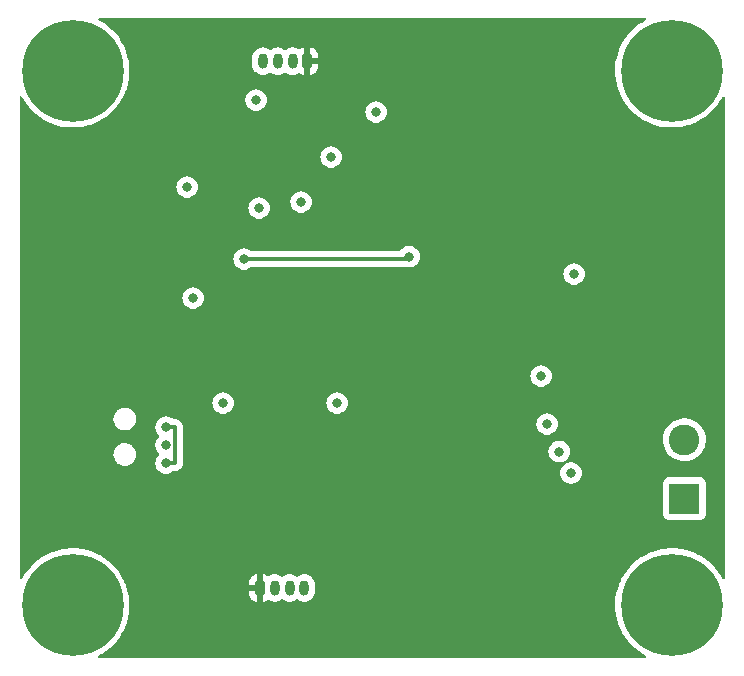
<source format=gbr>
%TF.GenerationSoftware,KiCad,Pcbnew,(6.0.4)*%
%TF.CreationDate,2022-04-20T17:17:17+03:00*%
%TF.ProjectId,STM32F4_Buck_Converter,53544d33-3246-4345-9f42-75636b5f436f,rev?*%
%TF.SameCoordinates,Original*%
%TF.FileFunction,Copper,L3,Inr*%
%TF.FilePolarity,Positive*%
%FSLAX46Y46*%
G04 Gerber Fmt 4.6, Leading zero omitted, Abs format (unit mm)*
G04 Created by KiCad (PCBNEW (6.0.4)) date 2022-04-20 17:17:17*
%MOMM*%
%LPD*%
G01*
G04 APERTURE LIST*
G04 Aperture macros list*
%AMRoundRect*
0 Rectangle with rounded corners*
0 $1 Rounding radius*
0 $2 $3 $4 $5 $6 $7 $8 $9 X,Y pos of 4 corners*
0 Add a 4 corners polygon primitive as box body*
4,1,4,$2,$3,$4,$5,$6,$7,$8,$9,$2,$3,0*
0 Add four circle primitives for the rounded corners*
1,1,$1+$1,$2,$3*
1,1,$1+$1,$4,$5*
1,1,$1+$1,$6,$7*
1,1,$1+$1,$8,$9*
0 Add four rect primitives between the rounded corners*
20,1,$1+$1,$2,$3,$4,$5,0*
20,1,$1+$1,$4,$5,$6,$7,0*
20,1,$1+$1,$6,$7,$8,$9,0*
20,1,$1+$1,$8,$9,$2,$3,0*%
G04 Aperture macros list end*
%TA.AperFunction,ComponentPad*%
%ADD10C,0.900000*%
%TD*%
%TA.AperFunction,ComponentPad*%
%ADD11C,8.600000*%
%TD*%
%TA.AperFunction,ComponentPad*%
%ADD12R,2.600000X2.600000*%
%TD*%
%TA.AperFunction,ComponentPad*%
%ADD13C,2.600000*%
%TD*%
%TA.AperFunction,ComponentPad*%
%ADD14RoundRect,0.200000X0.200000X0.450000X-0.200000X0.450000X-0.200000X-0.450000X0.200000X-0.450000X0*%
%TD*%
%TA.AperFunction,ComponentPad*%
%ADD15O,0.800000X1.300000*%
%TD*%
%TA.AperFunction,ComponentPad*%
%ADD16RoundRect,0.200000X-0.200000X-0.450000X0.200000X-0.450000X0.200000X0.450000X-0.200000X0.450000X0*%
%TD*%
%TA.AperFunction,ViaPad*%
%ADD17C,0.800000*%
%TD*%
%TA.AperFunction,Conductor*%
%ADD18C,0.300000*%
%TD*%
G04 APERTURE END LIST*
D10*
%TO.N,GND*%
%TO.C,H4*%
X148750000Y-79725000D03*
X151030419Y-74219581D03*
D11*
X148750000Y-76500000D03*
D10*
X145525000Y-76500000D03*
X151030419Y-78780419D03*
X151975000Y-76500000D03*
X146469581Y-78780419D03*
X148750000Y-73275000D03*
X146469581Y-74219581D03*
%TD*%
D12*
%TO.N,+12V*%
%TO.C,J1*%
X149805000Y-112750000D03*
D13*
%TO.N,GND*%
X149805000Y-107750000D03*
%TD*%
D14*
%TO.N,+3V3*%
%TO.C,J3*%
X117875000Y-75700000D03*
D15*
%TO.N,I2C1_SCL*%
X116625000Y-75700000D03*
%TO.N,IC21_SDA*%
X115375000Y-75700000D03*
%TO.N,GND*%
X114125000Y-75700000D03*
%TD*%
D10*
%TO.N,GND*%
%TO.C,H3*%
X146469581Y-119469581D03*
D11*
X148750000Y-121750000D03*
D10*
X145525000Y-121750000D03*
X146469581Y-124030419D03*
X151975000Y-121750000D03*
X148750000Y-124975000D03*
X148750000Y-118525000D03*
X151030419Y-119469581D03*
X151030419Y-124030419D03*
%TD*%
D16*
%TO.N,+3V3*%
%TO.C,J4*%
X113875000Y-120300000D03*
D15*
%TO.N,USART3_RX*%
X115125000Y-120300000D03*
%TO.N,USART3_TX*%
X116375000Y-120300000D03*
%TO.N,GND*%
X117625000Y-120300000D03*
%TD*%
D10*
%TO.N,GND*%
%TO.C,H2*%
X101225000Y-76500000D03*
X100280419Y-74219581D03*
X94775000Y-76500000D03*
X95719581Y-78780419D03*
X100280419Y-78780419D03*
X98000000Y-73275000D03*
D11*
X98000000Y-76500000D03*
D10*
X98000000Y-79725000D03*
X95719581Y-74219581D03*
%TD*%
%TO.N,GND*%
%TO.C,H1*%
X101225000Y-121750000D03*
X98000000Y-124975000D03*
X100280419Y-119469581D03*
X98000000Y-118525000D03*
X100280419Y-124030419D03*
D11*
X98000000Y-121750000D03*
D10*
X95719581Y-124030419D03*
X95719581Y-119469581D03*
X94775000Y-121750000D03*
%TD*%
D17*
%TO.N,GND*%
X112522000Y-92456000D03*
X139207192Y-108747872D03*
X105918000Y-109728000D03*
X140462000Y-93726000D03*
X107696000Y-86360000D03*
X137668000Y-102362000D03*
X113538000Y-78994000D03*
X126492000Y-92250500D03*
X140200000Y-110562500D03*
X105918000Y-106680000D03*
X120396000Y-104648000D03*
X138176000Y-106426000D03*
X110744000Y-104648000D03*
%TO.N,+3V3*%
X125476000Y-90424000D03*
X122936000Y-85344000D03*
X109499500Y-88900000D03*
X107696000Y-91440000D03*
%TO.N,SWO*%
X119888000Y-83820000D03*
X117348000Y-87630000D03*
%TO.N,NRST*%
X123698000Y-80010000D03*
X108204000Y-95758000D03*
%TO.N,Net-(R7-Pad2)*%
X113792000Y-88138000D03*
X105918000Y-108204000D03*
%TD*%
D18*
%TO.N,GND*%
X106680000Y-106680000D02*
X106680000Y-109728000D01*
X106680000Y-109728000D02*
X105918000Y-109728000D01*
X105918000Y-106680000D02*
X106680000Y-106680000D01*
X112522000Y-92456000D02*
X126286500Y-92456000D01*
X126286500Y-92456000D02*
X126492000Y-92250500D01*
%TD*%
%TA.AperFunction,Conductor*%
%TO.N,+3V3*%
G36*
X146511162Y-72028502D02*
G01*
X146557655Y-72082158D01*
X146567759Y-72152432D01*
X146538265Y-72217012D01*
X146505755Y-72243784D01*
X146170880Y-72435957D01*
X146168577Y-72437566D01*
X146168570Y-72437571D01*
X145822129Y-72679701D01*
X145819820Y-72681315D01*
X145491961Y-72956909D01*
X145189899Y-73260557D01*
X144916025Y-73589855D01*
X144672508Y-73942194D01*
X144461276Y-74314786D01*
X144284002Y-74704680D01*
X144283080Y-74707306D01*
X144283075Y-74707318D01*
X144243633Y-74819634D01*
X144142089Y-75108790D01*
X144141398Y-75111510D01*
X144141397Y-75111514D01*
X144068355Y-75399120D01*
X144036661Y-75523914D01*
X143968552Y-75946768D01*
X143938302Y-76374001D01*
X143946151Y-76802233D01*
X143992036Y-77228071D01*
X144075594Y-77648144D01*
X144196163Y-78059127D01*
X144197190Y-78061740D01*
X144197190Y-78061741D01*
X144335651Y-78414145D01*
X144352789Y-78457765D01*
X144354044Y-78460276D01*
X144525829Y-78804072D01*
X144544231Y-78840901D01*
X144768974Y-79205502D01*
X145025239Y-79548682D01*
X145027100Y-79550760D01*
X145027101Y-79550761D01*
X145309127Y-79865637D01*
X145309133Y-79865643D01*
X145310995Y-79867722D01*
X145623981Y-80160098D01*
X145961719Y-80423493D01*
X146321533Y-80655822D01*
X146324012Y-80657126D01*
X146324015Y-80657128D01*
X146698077Y-80853932D01*
X146698083Y-80853935D01*
X146700577Y-80855247D01*
X146703175Y-80856331D01*
X146703179Y-80856333D01*
X147093263Y-81019109D01*
X147093268Y-81019111D01*
X147095847Y-81020187D01*
X147098512Y-81021030D01*
X147098518Y-81021032D01*
X147320561Y-81091254D01*
X147504214Y-81149336D01*
X147922446Y-81241673D01*
X147925220Y-81242031D01*
X147925221Y-81242031D01*
X148344460Y-81296109D01*
X148344467Y-81296110D01*
X148347230Y-81296466D01*
X148350017Y-81296576D01*
X148350023Y-81296576D01*
X148598238Y-81306328D01*
X148775203Y-81313281D01*
X148777995Y-81313142D01*
X148778000Y-81313142D01*
X149200172Y-81292125D01*
X149200181Y-81292124D01*
X149202976Y-81291985D01*
X149205753Y-81291597D01*
X149205755Y-81291597D01*
X149280066Y-81281219D01*
X149627163Y-81232747D01*
X150044404Y-81136036D01*
X150258307Y-81065915D01*
X150448744Y-81003487D01*
X150448750Y-81003485D01*
X150451397Y-81002617D01*
X150844918Y-80833547D01*
X150905020Y-80801118D01*
X150954040Y-80774668D01*
X151221852Y-80630164D01*
X151579214Y-80394080D01*
X151914175Y-80127162D01*
X152224082Y-79831525D01*
X152225919Y-79829431D01*
X152225927Y-79829422D01*
X152504635Y-79511616D01*
X152506482Y-79509510D01*
X152528937Y-79478774D01*
X152739750Y-79190206D01*
X152759139Y-79163666D01*
X152771045Y-79143891D01*
X152978601Y-78799142D01*
X152978606Y-78799133D01*
X152980052Y-78796731D01*
X153002204Y-78751212D01*
X153049998Y-78698712D01*
X153118589Y-78680386D01*
X153186199Y-78702052D01*
X153231362Y-78756831D01*
X153241500Y-78806348D01*
X153241500Y-119449348D01*
X153221498Y-119517469D01*
X153167842Y-119563962D01*
X153097568Y-119574066D01*
X153032988Y-119544572D01*
X153004300Y-119508598D01*
X152972730Y-119449348D01*
X152893050Y-119299807D01*
X152883264Y-119284824D01*
X152660381Y-118943573D01*
X152660378Y-118943569D01*
X152658840Y-118941214D01*
X152393680Y-118604860D01*
X152099670Y-118293409D01*
X152097579Y-118291556D01*
X152097571Y-118291548D01*
X151781237Y-118011188D01*
X151781235Y-118011186D01*
X151779137Y-118009327D01*
X151434621Y-117754863D01*
X151241733Y-117637355D01*
X151071237Y-117533487D01*
X151071230Y-117533483D01*
X151068848Y-117532032D01*
X150951514Y-117474169D01*
X150687228Y-117343838D01*
X150684714Y-117342598D01*
X150285262Y-117188062D01*
X150038678Y-117117122D01*
X149876335Y-117070417D01*
X149876329Y-117070415D01*
X149873654Y-117069646D01*
X149870917Y-117069117D01*
X149870911Y-117069115D01*
X149725828Y-117041046D01*
X149453148Y-116988289D01*
X149450374Y-116988005D01*
X149450362Y-116988003D01*
X149167111Y-116958982D01*
X149027076Y-116944634D01*
X149024286Y-116944597D01*
X149024278Y-116944597D01*
X148756825Y-116941096D01*
X148598809Y-116939028D01*
X148596009Y-116939241D01*
X148596008Y-116939241D01*
X148521364Y-116944919D01*
X148171740Y-116971514D01*
X147749249Y-117041836D01*
X147663671Y-117064048D01*
X147337400Y-117148731D01*
X147337389Y-117148734D01*
X147334682Y-117149437D01*
X147076575Y-117241599D01*
X146933964Y-117292520D01*
X146933959Y-117292522D01*
X146931321Y-117293464D01*
X146928781Y-117294635D01*
X146928776Y-117294637D01*
X146826930Y-117341589D01*
X146542361Y-117472777D01*
X146170880Y-117685957D01*
X146168577Y-117687566D01*
X146168570Y-117687571D01*
X145822129Y-117929701D01*
X145819820Y-117931315D01*
X145491961Y-118206909D01*
X145189899Y-118510557D01*
X144916025Y-118839855D01*
X144914431Y-118842162D01*
X144914429Y-118842164D01*
X144678247Y-119183891D01*
X144672508Y-119192194D01*
X144461276Y-119564786D01*
X144460117Y-119567335D01*
X144460115Y-119567339D01*
X144412201Y-119672721D01*
X144284002Y-119954680D01*
X144283080Y-119957306D01*
X144283075Y-119957318D01*
X144243633Y-120069634D01*
X144142089Y-120358790D01*
X144141398Y-120361510D01*
X144141397Y-120361514D01*
X144091022Y-120559865D01*
X144036661Y-120773914D01*
X143968552Y-121196768D01*
X143938302Y-121624001D01*
X143946151Y-122052233D01*
X143992036Y-122478071D01*
X144075594Y-122898144D01*
X144196163Y-123309127D01*
X144197190Y-123311740D01*
X144197190Y-123311741D01*
X144335651Y-123664145D01*
X144352789Y-123707765D01*
X144354044Y-123710276D01*
X144522161Y-124046731D01*
X144544231Y-124090901D01*
X144768974Y-124455502D01*
X145025239Y-124798682D01*
X145027100Y-124800760D01*
X145027101Y-124800761D01*
X145309127Y-125115637D01*
X145309133Y-125115643D01*
X145310995Y-125117722D01*
X145623981Y-125410098D01*
X145961719Y-125673493D01*
X146321533Y-125905822D01*
X146508125Y-126003993D01*
X146559096Y-126053411D01*
X146575259Y-126122544D01*
X146551480Y-126189440D01*
X146495309Y-126232860D01*
X146449456Y-126241500D01*
X100301042Y-126241500D01*
X100232921Y-126221498D01*
X100186428Y-126167842D01*
X100176324Y-126097568D01*
X100205818Y-126032988D01*
X100241210Y-126004612D01*
X100424299Y-125905822D01*
X100471852Y-125880164D01*
X100829214Y-125644080D01*
X101164175Y-125377162D01*
X101474082Y-125081525D01*
X101475919Y-125079431D01*
X101475927Y-125079422D01*
X101725113Y-124795279D01*
X101756482Y-124759510D01*
X102009139Y-124413666D01*
X102010585Y-124411265D01*
X102228601Y-124049142D01*
X102228606Y-124049133D01*
X102230052Y-124046731D01*
X102417471Y-123661611D01*
X102550724Y-123311741D01*
X102568918Y-123263971D01*
X102568920Y-123263964D01*
X102569914Y-123261355D01*
X102686173Y-122849132D01*
X102686689Y-122846389D01*
X102764811Y-122430954D01*
X102764813Y-122430942D01*
X102765327Y-122428207D01*
X102806750Y-122001911D01*
X102812836Y-121769528D01*
X102813289Y-121752234D01*
X102813289Y-121752220D01*
X102813347Y-121750000D01*
X102794291Y-121322121D01*
X102791242Y-121299417D01*
X102741257Y-120927279D01*
X102737275Y-120897630D01*
X102731774Y-120873315D01*
X102716023Y-120803705D01*
X112967001Y-120803705D01*
X112967264Y-120809454D01*
X112973132Y-120873315D01*
X112975743Y-120886351D01*
X113022715Y-121036243D01*
X113028921Y-121049988D01*
X113109824Y-121183574D01*
X113119131Y-121195443D01*
X113229557Y-121305869D01*
X113241426Y-121315176D01*
X113375012Y-121396079D01*
X113388757Y-121402285D01*
X113538644Y-121449256D01*
X113551694Y-121451869D01*
X113606586Y-121456913D01*
X113618124Y-121453525D01*
X113619329Y-121452135D01*
X113621000Y-121444452D01*
X113621000Y-121439884D01*
X114129000Y-121439884D01*
X114133475Y-121455123D01*
X114134865Y-121456328D01*
X114139294Y-121457291D01*
X114198315Y-121451868D01*
X114211351Y-121449257D01*
X114361243Y-121402285D01*
X114374988Y-121396079D01*
X114504578Y-121317596D01*
X114573208Y-121299417D01*
X114643911Y-121323436D01*
X114668248Y-121341118D01*
X114674276Y-121343802D01*
X114674278Y-121343803D01*
X114791693Y-121396079D01*
X114842712Y-121418794D01*
X114936112Y-121438647D01*
X115023056Y-121457128D01*
X115023061Y-121457128D01*
X115029513Y-121458500D01*
X115220487Y-121458500D01*
X115226939Y-121457128D01*
X115226944Y-121457128D01*
X115313888Y-121438647D01*
X115407288Y-121418794D01*
X115458307Y-121396079D01*
X115575722Y-121343803D01*
X115575724Y-121343802D01*
X115581752Y-121341118D01*
X115675939Y-121272687D01*
X115742807Y-121248828D01*
X115811958Y-121264909D01*
X115824061Y-121272687D01*
X115918248Y-121341118D01*
X115924276Y-121343802D01*
X115924278Y-121343803D01*
X116041693Y-121396079D01*
X116092712Y-121418794D01*
X116186112Y-121438647D01*
X116273056Y-121457128D01*
X116273061Y-121457128D01*
X116279513Y-121458500D01*
X116470487Y-121458500D01*
X116476939Y-121457128D01*
X116476944Y-121457128D01*
X116563888Y-121438647D01*
X116657288Y-121418794D01*
X116708307Y-121396079D01*
X116825722Y-121343803D01*
X116825724Y-121343802D01*
X116831752Y-121341118D01*
X116925939Y-121272687D01*
X116992807Y-121248828D01*
X117061958Y-121264909D01*
X117074061Y-121272687D01*
X117168248Y-121341118D01*
X117174276Y-121343802D01*
X117174278Y-121343803D01*
X117291693Y-121396079D01*
X117342712Y-121418794D01*
X117436112Y-121438647D01*
X117523056Y-121457128D01*
X117523061Y-121457128D01*
X117529513Y-121458500D01*
X117720487Y-121458500D01*
X117726939Y-121457128D01*
X117726944Y-121457128D01*
X117813888Y-121438647D01*
X117907288Y-121418794D01*
X117958307Y-121396079D01*
X118075722Y-121343803D01*
X118075724Y-121343802D01*
X118081752Y-121341118D01*
X118236253Y-121228866D01*
X118364040Y-121086944D01*
X118459527Y-120921556D01*
X118518542Y-120739928D01*
X118533500Y-120597610D01*
X118533500Y-120002390D01*
X118518542Y-119860072D01*
X118459527Y-119678444D01*
X118364040Y-119513056D01*
X118302517Y-119444727D01*
X118240675Y-119376045D01*
X118240674Y-119376044D01*
X118236253Y-119371134D01*
X118081752Y-119258882D01*
X118075724Y-119256198D01*
X118075722Y-119256197D01*
X117913319Y-119183891D01*
X117913318Y-119183891D01*
X117907288Y-119181206D01*
X117808068Y-119160116D01*
X117726944Y-119142872D01*
X117726939Y-119142872D01*
X117720487Y-119141500D01*
X117529513Y-119141500D01*
X117523061Y-119142872D01*
X117523056Y-119142872D01*
X117441932Y-119160116D01*
X117342712Y-119181206D01*
X117336682Y-119183891D01*
X117336681Y-119183891D01*
X117174278Y-119256197D01*
X117174276Y-119256198D01*
X117168248Y-119258882D01*
X117162907Y-119262762D01*
X117162906Y-119262763D01*
X117074061Y-119327313D01*
X117007193Y-119351172D01*
X116938042Y-119335091D01*
X116925939Y-119327313D01*
X116837094Y-119262763D01*
X116837093Y-119262762D01*
X116831752Y-119258882D01*
X116825724Y-119256198D01*
X116825722Y-119256197D01*
X116663319Y-119183891D01*
X116663318Y-119183891D01*
X116657288Y-119181206D01*
X116558068Y-119160116D01*
X116476944Y-119142872D01*
X116476939Y-119142872D01*
X116470487Y-119141500D01*
X116279513Y-119141500D01*
X116273061Y-119142872D01*
X116273056Y-119142872D01*
X116191932Y-119160116D01*
X116092712Y-119181206D01*
X116086682Y-119183891D01*
X116086681Y-119183891D01*
X115924278Y-119256197D01*
X115924276Y-119256198D01*
X115918248Y-119258882D01*
X115912907Y-119262762D01*
X115912906Y-119262763D01*
X115824061Y-119327313D01*
X115757193Y-119351172D01*
X115688042Y-119335091D01*
X115675939Y-119327313D01*
X115587094Y-119262763D01*
X115587093Y-119262762D01*
X115581752Y-119258882D01*
X115575724Y-119256198D01*
X115575722Y-119256197D01*
X115413319Y-119183891D01*
X115413318Y-119183891D01*
X115407288Y-119181206D01*
X115308068Y-119160116D01*
X115226944Y-119142872D01*
X115226939Y-119142872D01*
X115220487Y-119141500D01*
X115029513Y-119141500D01*
X115023061Y-119142872D01*
X115023056Y-119142872D01*
X114941932Y-119160116D01*
X114842712Y-119181206D01*
X114836682Y-119183891D01*
X114836681Y-119183891D01*
X114674278Y-119256197D01*
X114674276Y-119256198D01*
X114668248Y-119258882D01*
X114662907Y-119262762D01*
X114662906Y-119262763D01*
X114643911Y-119276564D01*
X114577044Y-119300422D01*
X114504578Y-119282404D01*
X114374988Y-119203921D01*
X114361243Y-119197715D01*
X114211356Y-119150744D01*
X114198306Y-119148131D01*
X114143414Y-119143087D01*
X114131876Y-119146475D01*
X114130671Y-119147865D01*
X114129000Y-119155548D01*
X114129000Y-121439884D01*
X113621000Y-121439884D01*
X113621000Y-120572115D01*
X113616525Y-120556876D01*
X113615135Y-120555671D01*
X113607452Y-120554000D01*
X112985116Y-120554000D01*
X112969877Y-120558475D01*
X112968672Y-120559865D01*
X112967001Y-120567548D01*
X112967001Y-120803705D01*
X102716023Y-120803705D01*
X102643368Y-120482618D01*
X102643368Y-120482617D01*
X102642750Y-120479887D01*
X102511463Y-120072202D01*
X102492697Y-120027885D01*
X112967000Y-120027885D01*
X112971475Y-120043124D01*
X112972865Y-120044329D01*
X112980548Y-120046000D01*
X113602885Y-120046000D01*
X113618124Y-120041525D01*
X113619329Y-120040135D01*
X113621000Y-120032452D01*
X113621000Y-119160116D01*
X113616525Y-119144877D01*
X113615135Y-119143672D01*
X113610706Y-119142709D01*
X113551685Y-119148132D01*
X113538649Y-119150743D01*
X113388757Y-119197715D01*
X113375012Y-119203921D01*
X113241426Y-119284824D01*
X113229557Y-119294131D01*
X113119131Y-119404557D01*
X113109824Y-119416426D01*
X113028921Y-119550012D01*
X113022715Y-119563757D01*
X112975744Y-119713644D01*
X112973131Y-119726694D01*
X112967266Y-119790521D01*
X112967000Y-119796309D01*
X112967000Y-120027885D01*
X102492697Y-120027885D01*
X102392187Y-119790521D01*
X102345550Y-119680384D01*
X102345548Y-119680379D01*
X102344456Y-119677801D01*
X102143050Y-119299807D01*
X102133264Y-119284824D01*
X101910381Y-118943573D01*
X101910378Y-118943569D01*
X101908840Y-118941214D01*
X101643680Y-118604860D01*
X101349670Y-118293409D01*
X101347579Y-118291556D01*
X101347571Y-118291548D01*
X101031237Y-118011188D01*
X101031235Y-118011186D01*
X101029137Y-118009327D01*
X100684621Y-117754863D01*
X100491733Y-117637355D01*
X100321237Y-117533487D01*
X100321230Y-117533483D01*
X100318848Y-117532032D01*
X100201514Y-117474169D01*
X99937228Y-117343838D01*
X99934714Y-117342598D01*
X99535262Y-117188062D01*
X99288678Y-117117122D01*
X99126335Y-117070417D01*
X99126329Y-117070415D01*
X99123654Y-117069646D01*
X99120917Y-117069117D01*
X99120911Y-117069115D01*
X98975828Y-117041046D01*
X98703148Y-116988289D01*
X98700374Y-116988005D01*
X98700362Y-116988003D01*
X98417111Y-116958982D01*
X98277076Y-116944634D01*
X98274286Y-116944597D01*
X98274278Y-116944597D01*
X98006825Y-116941096D01*
X97848809Y-116939028D01*
X97846009Y-116939241D01*
X97846008Y-116939241D01*
X97771364Y-116944919D01*
X97421740Y-116971514D01*
X96999249Y-117041836D01*
X96913671Y-117064048D01*
X96587400Y-117148731D01*
X96587389Y-117148734D01*
X96584682Y-117149437D01*
X96326575Y-117241599D01*
X96183964Y-117292520D01*
X96183959Y-117292522D01*
X96181321Y-117293464D01*
X96178781Y-117294635D01*
X96178776Y-117294637D01*
X96076930Y-117341589D01*
X95792361Y-117472777D01*
X95420880Y-117685957D01*
X95418577Y-117687566D01*
X95418570Y-117687571D01*
X95072129Y-117929701D01*
X95069820Y-117931315D01*
X94741961Y-118206909D01*
X94439899Y-118510557D01*
X94166025Y-118839855D01*
X94164431Y-118842162D01*
X94164429Y-118842164D01*
X93928247Y-119183891D01*
X93922508Y-119192194D01*
X93802114Y-119404557D01*
X93744111Y-119506868D01*
X93693114Y-119556263D01*
X93623508Y-119570247D01*
X93557392Y-119544378D01*
X93515757Y-119486871D01*
X93508500Y-119444727D01*
X93508500Y-114098134D01*
X147996500Y-114098134D01*
X148003255Y-114160316D01*
X148054385Y-114296705D01*
X148141739Y-114413261D01*
X148258295Y-114500615D01*
X148394684Y-114551745D01*
X148456866Y-114558500D01*
X151153134Y-114558500D01*
X151215316Y-114551745D01*
X151351705Y-114500615D01*
X151468261Y-114413261D01*
X151555615Y-114296705D01*
X151606745Y-114160316D01*
X151613500Y-114098134D01*
X151613500Y-111401866D01*
X151606745Y-111339684D01*
X151555615Y-111203295D01*
X151468261Y-111086739D01*
X151351705Y-110999385D01*
X151215316Y-110948255D01*
X151153134Y-110941500D01*
X148456866Y-110941500D01*
X148394684Y-110948255D01*
X148258295Y-110999385D01*
X148141739Y-111086739D01*
X148054385Y-111203295D01*
X148003255Y-111339684D01*
X147996500Y-111401866D01*
X147996500Y-114098134D01*
X93508500Y-114098134D01*
X93508500Y-109047064D01*
X101457707Y-109047064D01*
X101486825Y-109239599D01*
X101489028Y-109245585D01*
X101489029Y-109245591D01*
X101551860Y-109416360D01*
X101551862Y-109416365D01*
X101554063Y-109422346D01*
X101602355Y-109500233D01*
X101622798Y-109533203D01*
X101656674Y-109587840D01*
X101790466Y-109729322D01*
X101795696Y-109732984D01*
X101795697Y-109732985D01*
X101848098Y-109769676D01*
X101949975Y-109841011D01*
X101955838Y-109843548D01*
X102122825Y-109915810D01*
X102122829Y-109915811D01*
X102128684Y-109918345D01*
X102134931Y-109919650D01*
X102134934Y-109919651D01*
X102314557Y-109957176D01*
X102314562Y-109957177D01*
X102319293Y-109958165D01*
X102325685Y-109958500D01*
X102468663Y-109958500D01*
X102537951Y-109951462D01*
X102607378Y-109944410D01*
X102607379Y-109944410D01*
X102613727Y-109943765D01*
X102672598Y-109925316D01*
X102793451Y-109887444D01*
X102793456Y-109887442D01*
X102799541Y-109885535D01*
X102933665Y-109811188D01*
X102964271Y-109794223D01*
X102964274Y-109794221D01*
X102969850Y-109791130D01*
X102974691Y-109786981D01*
X102974695Y-109786978D01*
X103043505Y-109728000D01*
X105004496Y-109728000D01*
X105005186Y-109734565D01*
X105020854Y-109883634D01*
X105024458Y-109917928D01*
X105083473Y-110099556D01*
X105086776Y-110105278D01*
X105086777Y-110105279D01*
X105094198Y-110118133D01*
X105178960Y-110264944D01*
X105183378Y-110269851D01*
X105183379Y-110269852D01*
X105302325Y-110401955D01*
X105306747Y-110406866D01*
X105461248Y-110519118D01*
X105467276Y-110521802D01*
X105467278Y-110521803D01*
X105558686Y-110562500D01*
X105635712Y-110596794D01*
X105729112Y-110616647D01*
X105816056Y-110635128D01*
X105816061Y-110635128D01*
X105822513Y-110636500D01*
X106013487Y-110636500D01*
X106019939Y-110635128D01*
X106019944Y-110635128D01*
X106106888Y-110616647D01*
X106200288Y-110596794D01*
X106277314Y-110562500D01*
X139286496Y-110562500D01*
X139306458Y-110752428D01*
X139365473Y-110934056D01*
X139460960Y-111099444D01*
X139588747Y-111241366D01*
X139687843Y-111313364D01*
X139724070Y-111339684D01*
X139743248Y-111353618D01*
X139749276Y-111356302D01*
X139749278Y-111356303D01*
X139843985Y-111398469D01*
X139917712Y-111431294D01*
X140011113Y-111451147D01*
X140098056Y-111469628D01*
X140098061Y-111469628D01*
X140104513Y-111471000D01*
X140295487Y-111471000D01*
X140301939Y-111469628D01*
X140301944Y-111469628D01*
X140388887Y-111451147D01*
X140482288Y-111431294D01*
X140556015Y-111398469D01*
X140650722Y-111356303D01*
X140650724Y-111356302D01*
X140656752Y-111353618D01*
X140675931Y-111339684D01*
X140712157Y-111313364D01*
X140811253Y-111241366D01*
X140939040Y-111099444D01*
X141034527Y-110934056D01*
X141093542Y-110752428D01*
X141113504Y-110562500D01*
X141097535Y-110410564D01*
X141094232Y-110379135D01*
X141094232Y-110379133D01*
X141093542Y-110372572D01*
X141034527Y-110190944D01*
X140939040Y-110025556D01*
X140897379Y-109979286D01*
X140815675Y-109888545D01*
X140815674Y-109888544D01*
X140811253Y-109883634D01*
X140683933Y-109791130D01*
X140662094Y-109775263D01*
X140662093Y-109775262D01*
X140656752Y-109771382D01*
X140650724Y-109768698D01*
X140650722Y-109768697D01*
X140488319Y-109696391D01*
X140488318Y-109696391D01*
X140482288Y-109693706D01*
X140388887Y-109673853D01*
X140301944Y-109655372D01*
X140301939Y-109655372D01*
X140295487Y-109654000D01*
X140104513Y-109654000D01*
X140098061Y-109655372D01*
X140098056Y-109655372D01*
X140011113Y-109673853D01*
X139917712Y-109693706D01*
X139911685Y-109696389D01*
X139911677Y-109696392D01*
X139807503Y-109742773D01*
X139751165Y-109750326D01*
X139732539Y-109778712D01*
X139725007Y-109784635D01*
X139588747Y-109883634D01*
X139584326Y-109888544D01*
X139584325Y-109888545D01*
X139502622Y-109979286D01*
X139460960Y-110025556D01*
X139365473Y-110190944D01*
X139306458Y-110372572D01*
X139305768Y-110379133D01*
X139305768Y-110379135D01*
X139302465Y-110410564D01*
X139286496Y-110562500D01*
X106277314Y-110562500D01*
X106368722Y-110521803D01*
X106368724Y-110521802D01*
X106374752Y-110519118D01*
X106524163Y-110410564D01*
X106591031Y-110386706D01*
X106598224Y-110386500D01*
X106605845Y-110386500D01*
X106629454Y-110388732D01*
X106630538Y-110388939D01*
X106630540Y-110388939D01*
X106638324Y-110390424D01*
X106696736Y-110386749D01*
X106704647Y-110386500D01*
X106721432Y-110386500D01*
X106738090Y-110384396D01*
X106745966Y-110383652D01*
X106796461Y-110380475D01*
X106796463Y-110380475D01*
X106804371Y-110379977D01*
X106812951Y-110377189D01*
X106836105Y-110372014D01*
X106837203Y-110371875D01*
X106845064Y-110370882D01*
X106852429Y-110367966D01*
X106852433Y-110367965D01*
X106899506Y-110349327D01*
X106906956Y-110346645D01*
X106955061Y-110331015D01*
X106955062Y-110331015D01*
X106962604Y-110328564D01*
X106969298Y-110324316D01*
X106969304Y-110324313D01*
X106970232Y-110323724D01*
X106991355Y-110312961D01*
X106999756Y-110309635D01*
X107047116Y-110275226D01*
X107053663Y-110270777D01*
X107071864Y-110259226D01*
X107103080Y-110239416D01*
X107109268Y-110232827D01*
X107127051Y-110217149D01*
X107134357Y-110211841D01*
X107139412Y-110205731D01*
X107171665Y-110166745D01*
X107176896Y-110160811D01*
X107211547Y-110123910D01*
X107216972Y-110118133D01*
X107220788Y-110111191D01*
X107220792Y-110111186D01*
X107221325Y-110110216D01*
X107234652Y-110090605D01*
X107235356Y-110089754D01*
X107240409Y-110083646D01*
X107265331Y-110030685D01*
X107268924Y-110023633D01*
X107293304Y-109979286D01*
X107293305Y-109979285D01*
X107297124Y-109972337D01*
X107299370Y-109963590D01*
X107307403Y-109941278D01*
X107307873Y-109940280D01*
X107307874Y-109940277D01*
X107311249Y-109933105D01*
X107313816Y-109919651D01*
X107320913Y-109882442D01*
X107322219Y-109875596D01*
X107323945Y-109867875D01*
X107330191Y-109843548D01*
X107338500Y-109811188D01*
X107338500Y-109802155D01*
X107340732Y-109778546D01*
X107340939Y-109777462D01*
X107340939Y-109777460D01*
X107342424Y-109769676D01*
X107338749Y-109711264D01*
X107338500Y-109703353D01*
X107338500Y-108747872D01*
X138293688Y-108747872D01*
X138313650Y-108937800D01*
X138372665Y-109119428D01*
X138468152Y-109284816D01*
X138472570Y-109289723D01*
X138472571Y-109289724D01*
X138591517Y-109421827D01*
X138595939Y-109426738D01*
X138649918Y-109465956D01*
X138740836Y-109532012D01*
X138750440Y-109538990D01*
X138756468Y-109541674D01*
X138756470Y-109541675D01*
X138918871Y-109613980D01*
X138924904Y-109616666D01*
X139018304Y-109636519D01*
X139105248Y-109655000D01*
X139105253Y-109655000D01*
X139111705Y-109656372D01*
X139302679Y-109656372D01*
X139309131Y-109655000D01*
X139309136Y-109655000D01*
X139396080Y-109636519D01*
X139489480Y-109616666D01*
X139495507Y-109613983D01*
X139495515Y-109613980D01*
X139599689Y-109567599D01*
X139656027Y-109560046D01*
X139674653Y-109531660D01*
X139682185Y-109525737D01*
X139818445Y-109426738D01*
X139822867Y-109421827D01*
X139941813Y-109289724D01*
X139941814Y-109289723D01*
X139946232Y-109284816D01*
X140041719Y-109119428D01*
X140100734Y-108937800D01*
X140120696Y-108747872D01*
X140100734Y-108557944D01*
X140041719Y-108376316D01*
X139946232Y-108210928D01*
X139862162Y-108117558D01*
X139822867Y-108073917D01*
X139822866Y-108073916D01*
X139818445Y-108069006D01*
X139683578Y-107971019D01*
X139669286Y-107960635D01*
X139669285Y-107960634D01*
X139663944Y-107956754D01*
X139657916Y-107954070D01*
X139657914Y-107954069D01*
X139495511Y-107881763D01*
X139495510Y-107881763D01*
X139489480Y-107879078D01*
X139396080Y-107859225D01*
X139309136Y-107840744D01*
X139309131Y-107840744D01*
X139302679Y-107839372D01*
X139111705Y-107839372D01*
X139105253Y-107840744D01*
X139105248Y-107840744D01*
X139018305Y-107859225D01*
X138924904Y-107879078D01*
X138918874Y-107881763D01*
X138918873Y-107881763D01*
X138756470Y-107954069D01*
X138756468Y-107954070D01*
X138750440Y-107956754D01*
X138745099Y-107960634D01*
X138745098Y-107960635D01*
X138730806Y-107971019D01*
X138595939Y-108069006D01*
X138591518Y-108073916D01*
X138591517Y-108073917D01*
X138552223Y-108117558D01*
X138468152Y-108210928D01*
X138372665Y-108376316D01*
X138313650Y-108557944D01*
X138293688Y-108747872D01*
X107338500Y-108747872D01*
X107338500Y-107702526D01*
X147992050Y-107702526D01*
X148004947Y-107971019D01*
X148057388Y-108234656D01*
X148148220Y-108487646D01*
X148150432Y-108491762D01*
X148150433Y-108491765D01*
X148182619Y-108551666D01*
X148275450Y-108724431D01*
X148278241Y-108728168D01*
X148278245Y-108728175D01*
X148359887Y-108837506D01*
X148436281Y-108939810D01*
X148439590Y-108943090D01*
X148439595Y-108943096D01*
X148623247Y-109125151D01*
X148627180Y-109129050D01*
X148630942Y-109131808D01*
X148630945Y-109131811D01*
X148719544Y-109196774D01*
X148843954Y-109287995D01*
X148848089Y-109290171D01*
X148848093Y-109290173D01*
X149077698Y-109410975D01*
X149081840Y-109413154D01*
X149335613Y-109501775D01*
X149340206Y-109502647D01*
X149595109Y-109551042D01*
X149595112Y-109551042D01*
X149599698Y-109551913D01*
X149727370Y-109556929D01*
X149863625Y-109562283D01*
X149863630Y-109562283D01*
X149868293Y-109562466D01*
X149972607Y-109551042D01*
X150130844Y-109533713D01*
X150130850Y-109533712D01*
X150135497Y-109533203D01*
X150141358Y-109531660D01*
X150390918Y-109465956D01*
X150390920Y-109465955D01*
X150395441Y-109464765D01*
X150399738Y-109462919D01*
X150638120Y-109360502D01*
X150638122Y-109360501D01*
X150642414Y-109358657D01*
X150834810Y-109239599D01*
X150867017Y-109219669D01*
X150867021Y-109219666D01*
X150870990Y-109217210D01*
X151076149Y-109043530D01*
X151253382Y-108841434D01*
X151309341Y-108754437D01*
X151396269Y-108619291D01*
X151398797Y-108615361D01*
X151509199Y-108370278D01*
X151510469Y-108365775D01*
X151580893Y-108116072D01*
X151580894Y-108116069D01*
X151582163Y-108111568D01*
X151600043Y-107971019D01*
X151615688Y-107848045D01*
X151615688Y-107848041D01*
X151616086Y-107844915D01*
X151616196Y-107840744D01*
X151618488Y-107753160D01*
X151618571Y-107750000D01*
X151598650Y-107481937D01*
X151597619Y-107477379D01*
X151540361Y-107224331D01*
X151540360Y-107224326D01*
X151539327Y-107219763D01*
X151441902Y-106969238D01*
X151308518Y-106735864D01*
X151299706Y-106724685D01*
X151215595Y-106617991D01*
X151142105Y-106524769D01*
X150946317Y-106340591D01*
X150780621Y-106225643D01*
X150729299Y-106190039D01*
X150729296Y-106190037D01*
X150725457Y-106187374D01*
X150721264Y-106185306D01*
X150488564Y-106070551D01*
X150488561Y-106070550D01*
X150484376Y-106068486D01*
X150466851Y-106062876D01*
X150337591Y-106021500D01*
X150228370Y-105986538D01*
X150223763Y-105985788D01*
X150223760Y-105985787D01*
X149967674Y-105944081D01*
X149967675Y-105944081D01*
X149963063Y-105943330D01*
X149832719Y-105941624D01*
X149698961Y-105939873D01*
X149698958Y-105939873D01*
X149694284Y-105939812D01*
X149427937Y-105976060D01*
X149169874Y-106051278D01*
X149165621Y-106053238D01*
X149165620Y-106053239D01*
X149144716Y-106062876D01*
X148925763Y-106163815D01*
X148921854Y-106166378D01*
X148704881Y-106308631D01*
X148704876Y-106308635D01*
X148700968Y-106311197D01*
X148673370Y-106335829D01*
X148570362Y-106427768D01*
X148500426Y-106490188D01*
X148328544Y-106696854D01*
X148326121Y-106700847D01*
X148195678Y-106915810D01*
X148189096Y-106926656D01*
X148187287Y-106930970D01*
X148187285Y-106930974D01*
X148173879Y-106962944D01*
X148085148Y-107174545D01*
X148018981Y-107435077D01*
X147992050Y-107702526D01*
X107338500Y-107702526D01*
X107338500Y-106754155D01*
X107340732Y-106730546D01*
X107340939Y-106729462D01*
X107340939Y-106729460D01*
X107342424Y-106721676D01*
X107338749Y-106663264D01*
X107338500Y-106655353D01*
X107338500Y-106638568D01*
X107336396Y-106621910D01*
X107335652Y-106614034D01*
X107332475Y-106563539D01*
X107332475Y-106563537D01*
X107331977Y-106555629D01*
X107329189Y-106547049D01*
X107324014Y-106523895D01*
X107323875Y-106522797D01*
X107322882Y-106514936D01*
X107319966Y-106507571D01*
X107319965Y-106507567D01*
X107301327Y-106460494D01*
X107298645Y-106453044D01*
X107289858Y-106426000D01*
X137262496Y-106426000D01*
X137263186Y-106432565D01*
X137274028Y-106535717D01*
X137282458Y-106615928D01*
X137341473Y-106797556D01*
X137344776Y-106803278D01*
X137344777Y-106803279D01*
X137378686Y-106862010D01*
X137436960Y-106962944D01*
X137441378Y-106967851D01*
X137441379Y-106967852D01*
X137560325Y-107099955D01*
X137564747Y-107104866D01*
X137719248Y-107217118D01*
X137725276Y-107219802D01*
X137725278Y-107219803D01*
X137887681Y-107292109D01*
X137893712Y-107294794D01*
X137987113Y-107314647D01*
X138074056Y-107333128D01*
X138074061Y-107333128D01*
X138080513Y-107334500D01*
X138271487Y-107334500D01*
X138277939Y-107333128D01*
X138277944Y-107333128D01*
X138364887Y-107314647D01*
X138458288Y-107294794D01*
X138464319Y-107292109D01*
X138626722Y-107219803D01*
X138626724Y-107219802D01*
X138632752Y-107217118D01*
X138787253Y-107104866D01*
X138791675Y-107099955D01*
X138910621Y-106967852D01*
X138910622Y-106967851D01*
X138915040Y-106962944D01*
X138973314Y-106862010D01*
X139007223Y-106803279D01*
X139007224Y-106803278D01*
X139010527Y-106797556D01*
X139069542Y-106615928D01*
X139077973Y-106535717D01*
X139088814Y-106432565D01*
X139089504Y-106426000D01*
X139077809Y-106314729D01*
X139070232Y-106242635D01*
X139070232Y-106242633D01*
X139069542Y-106236072D01*
X139010527Y-106054444D01*
X138915040Y-105889056D01*
X138793804Y-105754409D01*
X138791675Y-105752045D01*
X138791674Y-105752044D01*
X138787253Y-105747134D01*
X138632752Y-105634882D01*
X138626724Y-105632198D01*
X138626722Y-105632197D01*
X138464319Y-105559891D01*
X138464318Y-105559891D01*
X138458288Y-105557206D01*
X138364887Y-105537353D01*
X138277944Y-105518872D01*
X138277939Y-105518872D01*
X138271487Y-105517500D01*
X138080513Y-105517500D01*
X138074061Y-105518872D01*
X138074056Y-105518872D01*
X137987112Y-105537353D01*
X137893712Y-105557206D01*
X137887682Y-105559891D01*
X137887681Y-105559891D01*
X137725278Y-105632197D01*
X137725276Y-105632198D01*
X137719248Y-105634882D01*
X137564747Y-105747134D01*
X137560326Y-105752044D01*
X137560325Y-105752045D01*
X137558197Y-105754409D01*
X137436960Y-105889056D01*
X137341473Y-106054444D01*
X137282458Y-106236072D01*
X137281768Y-106242633D01*
X137281768Y-106242635D01*
X137274191Y-106314729D01*
X137262496Y-106426000D01*
X107289858Y-106426000D01*
X107283015Y-106404939D01*
X107283015Y-106404938D01*
X107280564Y-106397396D01*
X107276316Y-106390702D01*
X107276313Y-106390696D01*
X107275724Y-106389768D01*
X107264960Y-106368643D01*
X107264554Y-106367618D01*
X107261635Y-106360244D01*
X107227226Y-106312884D01*
X107222777Y-106306337D01*
X107195665Y-106263616D01*
X107191416Y-106256920D01*
X107184827Y-106250732D01*
X107169149Y-106232949D01*
X107168500Y-106232056D01*
X107163841Y-106225643D01*
X107157731Y-106220588D01*
X107118745Y-106188335D01*
X107112811Y-106183104D01*
X107075910Y-106148453D01*
X107075911Y-106148453D01*
X107070133Y-106143028D01*
X107063191Y-106139212D01*
X107063186Y-106139208D01*
X107062216Y-106138675D01*
X107042605Y-106125348D01*
X107041754Y-106124644D01*
X107035646Y-106119591D01*
X106982685Y-106094669D01*
X106975633Y-106091076D01*
X106931286Y-106066696D01*
X106931285Y-106066695D01*
X106924337Y-106062876D01*
X106916659Y-106060905D01*
X106916657Y-106060904D01*
X106916124Y-106060767D01*
X106915590Y-106060630D01*
X106893278Y-106052597D01*
X106892280Y-106052127D01*
X106892277Y-106052126D01*
X106885105Y-106048751D01*
X106877318Y-106047266D01*
X106877316Y-106047265D01*
X106842810Y-106040683D01*
X106827596Y-106037781D01*
X106819880Y-106036056D01*
X106763188Y-106021500D01*
X106754155Y-106021500D01*
X106730546Y-106019268D01*
X106729462Y-106019061D01*
X106729460Y-106019061D01*
X106721676Y-106017576D01*
X106663265Y-106021251D01*
X106655353Y-106021500D01*
X106598224Y-106021500D01*
X106530103Y-106001498D01*
X106524163Y-105997436D01*
X106523909Y-105997251D01*
X106462914Y-105952936D01*
X106380094Y-105892763D01*
X106380093Y-105892762D01*
X106374752Y-105888882D01*
X106368724Y-105886198D01*
X106368722Y-105886197D01*
X106206319Y-105813891D01*
X106206318Y-105813891D01*
X106200288Y-105811206D01*
X106106888Y-105791353D01*
X106019944Y-105772872D01*
X106019939Y-105772872D01*
X106013487Y-105771500D01*
X105822513Y-105771500D01*
X105816061Y-105772872D01*
X105816056Y-105772872D01*
X105729113Y-105791353D01*
X105635712Y-105811206D01*
X105629682Y-105813891D01*
X105629681Y-105813891D01*
X105467278Y-105886197D01*
X105467276Y-105886198D01*
X105461248Y-105888882D01*
X105306747Y-106001134D01*
X105302326Y-106006044D01*
X105302325Y-106006045D01*
X105258747Y-106054444D01*
X105178960Y-106143056D01*
X105153373Y-106187374D01*
X105109355Y-106263616D01*
X105083473Y-106308444D01*
X105024458Y-106490072D01*
X105023768Y-106496633D01*
X105023768Y-106496635D01*
X105017568Y-106555629D01*
X105004496Y-106680000D01*
X105005186Y-106686565D01*
X105021034Y-106837346D01*
X105024458Y-106869928D01*
X105083473Y-107051556D01*
X105178960Y-107216944D01*
X105183378Y-107221851D01*
X105183379Y-107221852D01*
X105305688Y-107357690D01*
X105336406Y-107421697D01*
X105327641Y-107492151D01*
X105305688Y-107526310D01*
X105178960Y-107667056D01*
X105083473Y-107832444D01*
X105024458Y-108014072D01*
X105023768Y-108020633D01*
X105023768Y-108020635D01*
X105019826Y-108058144D01*
X105004496Y-108204000D01*
X105005186Y-108210565D01*
X105018857Y-108340634D01*
X105024458Y-108393928D01*
X105083473Y-108575556D01*
X105178960Y-108740944D01*
X105183378Y-108745851D01*
X105183379Y-108745852D01*
X105305688Y-108881690D01*
X105336406Y-108945697D01*
X105327641Y-109016151D01*
X105305688Y-109050310D01*
X105178960Y-109191056D01*
X105163860Y-109217210D01*
X105092069Y-109341556D01*
X105083473Y-109356444D01*
X105024458Y-109538072D01*
X105023768Y-109544633D01*
X105023768Y-109544635D01*
X105012129Y-109655372D01*
X105004496Y-109728000D01*
X103043505Y-109728000D01*
X103112855Y-109668560D01*
X103117698Y-109664409D01*
X103124997Y-109655000D01*
X103197168Y-109561957D01*
X103237046Y-109510547D01*
X103240934Y-109502647D01*
X103320200Y-109341556D01*
X103323018Y-109335829D01*
X103334911Y-109290173D01*
X103370492Y-109153575D01*
X103370492Y-109153572D01*
X103372102Y-109147393D01*
X103377694Y-109040683D01*
X103381959Y-108959317D01*
X103381959Y-108959313D01*
X103382293Y-108952936D01*
X103353175Y-108760401D01*
X103350972Y-108754415D01*
X103350971Y-108754409D01*
X103288140Y-108583640D01*
X103288138Y-108583635D01*
X103285937Y-108577654D01*
X103183326Y-108412160D01*
X103143721Y-108370278D01*
X103053919Y-108275315D01*
X103049534Y-108270678D01*
X102991553Y-108230079D01*
X102895259Y-108162654D01*
X102890025Y-108158989D01*
X102842013Y-108138212D01*
X102717175Y-108084190D01*
X102717171Y-108084189D01*
X102711316Y-108081655D01*
X102705069Y-108080350D01*
X102705066Y-108080349D01*
X102525443Y-108042824D01*
X102525438Y-108042823D01*
X102520707Y-108041835D01*
X102514315Y-108041500D01*
X102371337Y-108041500D01*
X102302049Y-108048538D01*
X102232622Y-108055590D01*
X102232621Y-108055590D01*
X102226273Y-108056235D01*
X102197911Y-108065123D01*
X102046549Y-108112556D01*
X102046544Y-108112558D01*
X102040459Y-108114465D01*
X101964713Y-108156452D01*
X101875729Y-108205777D01*
X101875726Y-108205779D01*
X101870150Y-108208870D01*
X101865309Y-108213019D01*
X101865305Y-108213022D01*
X101834937Y-108239051D01*
X101722302Y-108335591D01*
X101718391Y-108340633D01*
X101718390Y-108340634D01*
X101692088Y-108374542D01*
X101602954Y-108489453D01*
X101600138Y-108495176D01*
X101600136Y-108495179D01*
X101539066Y-108619291D01*
X101516982Y-108664171D01*
X101515373Y-108670349D01*
X101515372Y-108670351D01*
X101471832Y-108837506D01*
X101467898Y-108852607D01*
X101457707Y-109047064D01*
X93508500Y-109047064D01*
X93508500Y-106047064D01*
X101457707Y-106047064D01*
X101486825Y-106239599D01*
X101489028Y-106245585D01*
X101489029Y-106245591D01*
X101551860Y-106416360D01*
X101551862Y-106416365D01*
X101554063Y-106422346D01*
X101557425Y-106427768D01*
X101632032Y-106548096D01*
X101656674Y-106587840D01*
X101661055Y-106592473D01*
X101661056Y-106592474D01*
X101724312Y-106659366D01*
X101790466Y-106729322D01*
X101949975Y-106841011D01*
X101955838Y-106843548D01*
X102122825Y-106915810D01*
X102122829Y-106915811D01*
X102128684Y-106918345D01*
X102134931Y-106919650D01*
X102134934Y-106919651D01*
X102314557Y-106957176D01*
X102314562Y-106957177D01*
X102319293Y-106958165D01*
X102325685Y-106958500D01*
X102468663Y-106958500D01*
X102537951Y-106951462D01*
X102607378Y-106944410D01*
X102607379Y-106944410D01*
X102613727Y-106943765D01*
X102694843Y-106918345D01*
X102793451Y-106887444D01*
X102793456Y-106887442D01*
X102799541Y-106885535D01*
X102886475Y-106837346D01*
X102964271Y-106794223D01*
X102964274Y-106794221D01*
X102969850Y-106791130D01*
X102974691Y-106786981D01*
X102974695Y-106786978D01*
X103112855Y-106668560D01*
X103117698Y-106664409D01*
X103137743Y-106638568D01*
X103233131Y-106515594D01*
X103237046Y-106510547D01*
X103250211Y-106483794D01*
X103320200Y-106341556D01*
X103323018Y-106335829D01*
X103329434Y-106311197D01*
X103370492Y-106153575D01*
X103370492Y-106153572D01*
X103372102Y-106147393D01*
X103377273Y-106048721D01*
X103381959Y-105959317D01*
X103381959Y-105959313D01*
X103382293Y-105952936D01*
X103353175Y-105760401D01*
X103350972Y-105754415D01*
X103350971Y-105754409D01*
X103288140Y-105583640D01*
X103288138Y-105583635D01*
X103285937Y-105577654D01*
X103200041Y-105439118D01*
X103186688Y-105417582D01*
X103186687Y-105417581D01*
X103183326Y-105412160D01*
X103049534Y-105270678D01*
X102890025Y-105158989D01*
X102842013Y-105138212D01*
X102717175Y-105084190D01*
X102717171Y-105084189D01*
X102711316Y-105081655D01*
X102705069Y-105080350D01*
X102705066Y-105080349D01*
X102525443Y-105042824D01*
X102525438Y-105042823D01*
X102520707Y-105041835D01*
X102514315Y-105041500D01*
X102371337Y-105041500D01*
X102302049Y-105048538D01*
X102232622Y-105055590D01*
X102232621Y-105055590D01*
X102226273Y-105056235D01*
X102169939Y-105073889D01*
X102046549Y-105112556D01*
X102046544Y-105112558D01*
X102040459Y-105114465D01*
X101964713Y-105156452D01*
X101875729Y-105205777D01*
X101875726Y-105205779D01*
X101870150Y-105208870D01*
X101865309Y-105213019D01*
X101865305Y-105213022D01*
X101802311Y-105267015D01*
X101722302Y-105335591D01*
X101602954Y-105489453D01*
X101600138Y-105495176D01*
X101600136Y-105495179D01*
X101556608Y-105583640D01*
X101516982Y-105664171D01*
X101515373Y-105670349D01*
X101515372Y-105670351D01*
X101479040Y-105809834D01*
X101467898Y-105852607D01*
X101467564Y-105858986D01*
X101459047Y-106021500D01*
X101457707Y-106047064D01*
X93508500Y-106047064D01*
X93508500Y-104648000D01*
X109830496Y-104648000D01*
X109850458Y-104837928D01*
X109909473Y-105019556D01*
X110004960Y-105184944D01*
X110009378Y-105189851D01*
X110009379Y-105189852D01*
X110078857Y-105267015D01*
X110132747Y-105326866D01*
X110139043Y-105331440D01*
X110243766Y-105407526D01*
X110287248Y-105439118D01*
X110293276Y-105441802D01*
X110293278Y-105441803D01*
X110455681Y-105514109D01*
X110461712Y-105516794D01*
X110555113Y-105536647D01*
X110642056Y-105555128D01*
X110642061Y-105555128D01*
X110648513Y-105556500D01*
X110839487Y-105556500D01*
X110845939Y-105555128D01*
X110845944Y-105555128D01*
X110932888Y-105536647D01*
X111026288Y-105516794D01*
X111032319Y-105514109D01*
X111194722Y-105441803D01*
X111194724Y-105441802D01*
X111200752Y-105439118D01*
X111244235Y-105407526D01*
X111348957Y-105331440D01*
X111355253Y-105326866D01*
X111409143Y-105267015D01*
X111478621Y-105189852D01*
X111478622Y-105189851D01*
X111483040Y-105184944D01*
X111578527Y-105019556D01*
X111637542Y-104837928D01*
X111657504Y-104648000D01*
X119482496Y-104648000D01*
X119502458Y-104837928D01*
X119561473Y-105019556D01*
X119656960Y-105184944D01*
X119661378Y-105189851D01*
X119661379Y-105189852D01*
X119730857Y-105267015D01*
X119784747Y-105326866D01*
X119791043Y-105331440D01*
X119895766Y-105407526D01*
X119939248Y-105439118D01*
X119945276Y-105441802D01*
X119945278Y-105441803D01*
X120107681Y-105514109D01*
X120113712Y-105516794D01*
X120207113Y-105536647D01*
X120294056Y-105555128D01*
X120294061Y-105555128D01*
X120300513Y-105556500D01*
X120491487Y-105556500D01*
X120497939Y-105555128D01*
X120497944Y-105555128D01*
X120584888Y-105536647D01*
X120678288Y-105516794D01*
X120684319Y-105514109D01*
X120846722Y-105441803D01*
X120846724Y-105441802D01*
X120852752Y-105439118D01*
X120896235Y-105407526D01*
X121000957Y-105331440D01*
X121007253Y-105326866D01*
X121061143Y-105267015D01*
X121130621Y-105189852D01*
X121130622Y-105189851D01*
X121135040Y-105184944D01*
X121230527Y-105019556D01*
X121289542Y-104837928D01*
X121309504Y-104648000D01*
X121289542Y-104458072D01*
X121230527Y-104276444D01*
X121135040Y-104111056D01*
X121007253Y-103969134D01*
X120852752Y-103856882D01*
X120846724Y-103854198D01*
X120846722Y-103854197D01*
X120684319Y-103781891D01*
X120684318Y-103781891D01*
X120678288Y-103779206D01*
X120584887Y-103759353D01*
X120497944Y-103740872D01*
X120497939Y-103740872D01*
X120491487Y-103739500D01*
X120300513Y-103739500D01*
X120294061Y-103740872D01*
X120294056Y-103740872D01*
X120207113Y-103759353D01*
X120113712Y-103779206D01*
X120107682Y-103781891D01*
X120107681Y-103781891D01*
X119945278Y-103854197D01*
X119945276Y-103854198D01*
X119939248Y-103856882D01*
X119784747Y-103969134D01*
X119656960Y-104111056D01*
X119561473Y-104276444D01*
X119502458Y-104458072D01*
X119482496Y-104648000D01*
X111657504Y-104648000D01*
X111637542Y-104458072D01*
X111578527Y-104276444D01*
X111483040Y-104111056D01*
X111355253Y-103969134D01*
X111200752Y-103856882D01*
X111194724Y-103854198D01*
X111194722Y-103854197D01*
X111032319Y-103781891D01*
X111032318Y-103781891D01*
X111026288Y-103779206D01*
X110932887Y-103759353D01*
X110845944Y-103740872D01*
X110845939Y-103740872D01*
X110839487Y-103739500D01*
X110648513Y-103739500D01*
X110642061Y-103740872D01*
X110642056Y-103740872D01*
X110555113Y-103759353D01*
X110461712Y-103779206D01*
X110455682Y-103781891D01*
X110455681Y-103781891D01*
X110293278Y-103854197D01*
X110293276Y-103854198D01*
X110287248Y-103856882D01*
X110132747Y-103969134D01*
X110004960Y-104111056D01*
X109909473Y-104276444D01*
X109850458Y-104458072D01*
X109830496Y-104648000D01*
X93508500Y-104648000D01*
X93508500Y-102362000D01*
X136754496Y-102362000D01*
X136774458Y-102551928D01*
X136833473Y-102733556D01*
X136928960Y-102898944D01*
X137056747Y-103040866D01*
X137211248Y-103153118D01*
X137217276Y-103155802D01*
X137217278Y-103155803D01*
X137379681Y-103228109D01*
X137385712Y-103230794D01*
X137479112Y-103250647D01*
X137566056Y-103269128D01*
X137566061Y-103269128D01*
X137572513Y-103270500D01*
X137763487Y-103270500D01*
X137769939Y-103269128D01*
X137769944Y-103269128D01*
X137856887Y-103250647D01*
X137950288Y-103230794D01*
X137956319Y-103228109D01*
X138118722Y-103155803D01*
X138118724Y-103155802D01*
X138124752Y-103153118D01*
X138279253Y-103040866D01*
X138407040Y-102898944D01*
X138502527Y-102733556D01*
X138561542Y-102551928D01*
X138581504Y-102362000D01*
X138561542Y-102172072D01*
X138502527Y-101990444D01*
X138407040Y-101825056D01*
X138279253Y-101683134D01*
X138124752Y-101570882D01*
X138118724Y-101568198D01*
X138118722Y-101568197D01*
X137956319Y-101495891D01*
X137956318Y-101495891D01*
X137950288Y-101493206D01*
X137856887Y-101473353D01*
X137769944Y-101454872D01*
X137769939Y-101454872D01*
X137763487Y-101453500D01*
X137572513Y-101453500D01*
X137566061Y-101454872D01*
X137566056Y-101454872D01*
X137479112Y-101473353D01*
X137385712Y-101493206D01*
X137379682Y-101495891D01*
X137379681Y-101495891D01*
X137217278Y-101568197D01*
X137217276Y-101568198D01*
X137211248Y-101570882D01*
X137056747Y-101683134D01*
X136928960Y-101825056D01*
X136833473Y-101990444D01*
X136774458Y-102172072D01*
X136754496Y-102362000D01*
X93508500Y-102362000D01*
X93508500Y-95758000D01*
X107290496Y-95758000D01*
X107310458Y-95947928D01*
X107369473Y-96129556D01*
X107464960Y-96294944D01*
X107592747Y-96436866D01*
X107747248Y-96549118D01*
X107753276Y-96551802D01*
X107753278Y-96551803D01*
X107915681Y-96624109D01*
X107921712Y-96626794D01*
X108015112Y-96646647D01*
X108102056Y-96665128D01*
X108102061Y-96665128D01*
X108108513Y-96666500D01*
X108299487Y-96666500D01*
X108305939Y-96665128D01*
X108305944Y-96665128D01*
X108392887Y-96646647D01*
X108486288Y-96626794D01*
X108492319Y-96624109D01*
X108654722Y-96551803D01*
X108654724Y-96551802D01*
X108660752Y-96549118D01*
X108815253Y-96436866D01*
X108943040Y-96294944D01*
X109038527Y-96129556D01*
X109097542Y-95947928D01*
X109117504Y-95758000D01*
X109097542Y-95568072D01*
X109038527Y-95386444D01*
X108943040Y-95221056D01*
X108815253Y-95079134D01*
X108660752Y-94966882D01*
X108654724Y-94964198D01*
X108654722Y-94964197D01*
X108492319Y-94891891D01*
X108492318Y-94891891D01*
X108486288Y-94889206D01*
X108392888Y-94869353D01*
X108305944Y-94850872D01*
X108305939Y-94850872D01*
X108299487Y-94849500D01*
X108108513Y-94849500D01*
X108102061Y-94850872D01*
X108102056Y-94850872D01*
X108015112Y-94869353D01*
X107921712Y-94889206D01*
X107915682Y-94891891D01*
X107915681Y-94891891D01*
X107753278Y-94964197D01*
X107753276Y-94964198D01*
X107747248Y-94966882D01*
X107592747Y-95079134D01*
X107464960Y-95221056D01*
X107369473Y-95386444D01*
X107310458Y-95568072D01*
X107290496Y-95758000D01*
X93508500Y-95758000D01*
X93508500Y-93726000D01*
X139548496Y-93726000D01*
X139568458Y-93915928D01*
X139627473Y-94097556D01*
X139722960Y-94262944D01*
X139850747Y-94404866D01*
X140005248Y-94517118D01*
X140011276Y-94519802D01*
X140011278Y-94519803D01*
X140173681Y-94592109D01*
X140179712Y-94594794D01*
X140273113Y-94614647D01*
X140360056Y-94633128D01*
X140360061Y-94633128D01*
X140366513Y-94634500D01*
X140557487Y-94634500D01*
X140563939Y-94633128D01*
X140563944Y-94633128D01*
X140650887Y-94614647D01*
X140744288Y-94594794D01*
X140750319Y-94592109D01*
X140912722Y-94519803D01*
X140912724Y-94519802D01*
X140918752Y-94517118D01*
X141073253Y-94404866D01*
X141201040Y-94262944D01*
X141296527Y-94097556D01*
X141355542Y-93915928D01*
X141375504Y-93726000D01*
X141355542Y-93536072D01*
X141296527Y-93354444D01*
X141201040Y-93189056D01*
X141173978Y-93159000D01*
X141077675Y-93052045D01*
X141077674Y-93052044D01*
X141073253Y-93047134D01*
X140918752Y-92934882D01*
X140912724Y-92932198D01*
X140912722Y-92932197D01*
X140750319Y-92859891D01*
X140750318Y-92859891D01*
X140744288Y-92857206D01*
X140631721Y-92833279D01*
X140563944Y-92818872D01*
X140563939Y-92818872D01*
X140557487Y-92817500D01*
X140366513Y-92817500D01*
X140360061Y-92818872D01*
X140360056Y-92818872D01*
X140292279Y-92833279D01*
X140179712Y-92857206D01*
X140173682Y-92859891D01*
X140173681Y-92859891D01*
X140011278Y-92932197D01*
X140011276Y-92932198D01*
X140005248Y-92934882D01*
X139850747Y-93047134D01*
X139846326Y-93052044D01*
X139846325Y-93052045D01*
X139750023Y-93159000D01*
X139722960Y-93189056D01*
X139627473Y-93354444D01*
X139568458Y-93536072D01*
X139548496Y-93726000D01*
X93508500Y-93726000D01*
X93508500Y-92456000D01*
X111608496Y-92456000D01*
X111628458Y-92645928D01*
X111687473Y-92827556D01*
X111782960Y-92992944D01*
X111787378Y-92997851D01*
X111787379Y-92997852D01*
X111829204Y-93044303D01*
X111910747Y-93134866D01*
X112065248Y-93247118D01*
X112071276Y-93249802D01*
X112071278Y-93249803D01*
X112233681Y-93322109D01*
X112239712Y-93324794D01*
X112333113Y-93344647D01*
X112420056Y-93363128D01*
X112420061Y-93363128D01*
X112426513Y-93364500D01*
X112617487Y-93364500D01*
X112623939Y-93363128D01*
X112623944Y-93363128D01*
X112710887Y-93344647D01*
X112804288Y-93324794D01*
X112810319Y-93322109D01*
X112972722Y-93249803D01*
X112972724Y-93249802D01*
X112978752Y-93247118D01*
X113128163Y-93138564D01*
X113195031Y-93114706D01*
X113202224Y-93114500D01*
X126177233Y-93114500D01*
X126209640Y-93119632D01*
X126209712Y-93119294D01*
X126390056Y-93157628D01*
X126390061Y-93157628D01*
X126396513Y-93159000D01*
X126587487Y-93159000D01*
X126593939Y-93157628D01*
X126593944Y-93157628D01*
X126683630Y-93138564D01*
X126774288Y-93119294D01*
X126785056Y-93114500D01*
X126942722Y-93044303D01*
X126942724Y-93044302D01*
X126948752Y-93041618D01*
X127103253Y-92929366D01*
X127168226Y-92857206D01*
X127226621Y-92792352D01*
X127226622Y-92792351D01*
X127231040Y-92787444D01*
X127309120Y-92652206D01*
X127323223Y-92627779D01*
X127323224Y-92627778D01*
X127326527Y-92622056D01*
X127385542Y-92440428D01*
X127405504Y-92250500D01*
X127385542Y-92060572D01*
X127326527Y-91878944D01*
X127231040Y-91713556D01*
X127103253Y-91571634D01*
X126948752Y-91459382D01*
X126942724Y-91456698D01*
X126942722Y-91456697D01*
X126780319Y-91384391D01*
X126780318Y-91384391D01*
X126774288Y-91381706D01*
X126680888Y-91361853D01*
X126593944Y-91343372D01*
X126593939Y-91343372D01*
X126587487Y-91342000D01*
X126396513Y-91342000D01*
X126390061Y-91343372D01*
X126390056Y-91343372D01*
X126303112Y-91361853D01*
X126209712Y-91381706D01*
X126203682Y-91384391D01*
X126203681Y-91384391D01*
X126041278Y-91456697D01*
X126041276Y-91456698D01*
X126035248Y-91459382D01*
X125880747Y-91571634D01*
X125752960Y-91713556D01*
X125749659Y-91719274D01*
X125740868Y-91734500D01*
X125689486Y-91783493D01*
X125631749Y-91797500D01*
X113202224Y-91797500D01*
X113134103Y-91777498D01*
X113128163Y-91773436D01*
X113127909Y-91773251D01*
X113045746Y-91713556D01*
X112984094Y-91668763D01*
X112984093Y-91668762D01*
X112978752Y-91664882D01*
X112972724Y-91662198D01*
X112972722Y-91662197D01*
X112810319Y-91589891D01*
X112810318Y-91589891D01*
X112804288Y-91587206D01*
X112710887Y-91567353D01*
X112623944Y-91548872D01*
X112623939Y-91548872D01*
X112617487Y-91547500D01*
X112426513Y-91547500D01*
X112420061Y-91548872D01*
X112420056Y-91548872D01*
X112333113Y-91567353D01*
X112239712Y-91587206D01*
X112233682Y-91589891D01*
X112233681Y-91589891D01*
X112071278Y-91662197D01*
X112071276Y-91662198D01*
X112065248Y-91664882D01*
X111910747Y-91777134D01*
X111782960Y-91919056D01*
X111779659Y-91924774D01*
X111701256Y-92060572D01*
X111687473Y-92084444D01*
X111628458Y-92266072D01*
X111608496Y-92456000D01*
X93508500Y-92456000D01*
X93508500Y-88138000D01*
X112878496Y-88138000D01*
X112879186Y-88144565D01*
X112896863Y-88312749D01*
X112898458Y-88327928D01*
X112957473Y-88509556D01*
X113052960Y-88674944D01*
X113180747Y-88816866D01*
X113335248Y-88929118D01*
X113341276Y-88931802D01*
X113341278Y-88931803D01*
X113503681Y-89004109D01*
X113509712Y-89006794D01*
X113603113Y-89026647D01*
X113690056Y-89045128D01*
X113690061Y-89045128D01*
X113696513Y-89046500D01*
X113887487Y-89046500D01*
X113893939Y-89045128D01*
X113893944Y-89045128D01*
X113980887Y-89026647D01*
X114074288Y-89006794D01*
X114080319Y-89004109D01*
X114242722Y-88931803D01*
X114242724Y-88931802D01*
X114248752Y-88929118D01*
X114403253Y-88816866D01*
X114531040Y-88674944D01*
X114626527Y-88509556D01*
X114685542Y-88327928D01*
X114687138Y-88312749D01*
X114704814Y-88144565D01*
X114705504Y-88138000D01*
X114685542Y-87948072D01*
X114626527Y-87766444D01*
X114547751Y-87630000D01*
X116434496Y-87630000D01*
X116454458Y-87819928D01*
X116513473Y-88001556D01*
X116608960Y-88166944D01*
X116736747Y-88308866D01*
X116891248Y-88421118D01*
X116897276Y-88423802D01*
X116897278Y-88423803D01*
X117059681Y-88496109D01*
X117065712Y-88498794D01*
X117159113Y-88518647D01*
X117246056Y-88537128D01*
X117246061Y-88537128D01*
X117252513Y-88538500D01*
X117443487Y-88538500D01*
X117449939Y-88537128D01*
X117449944Y-88537128D01*
X117536887Y-88518647D01*
X117630288Y-88498794D01*
X117636319Y-88496109D01*
X117798722Y-88423803D01*
X117798724Y-88423802D01*
X117804752Y-88421118D01*
X117959253Y-88308866D01*
X118087040Y-88166944D01*
X118182527Y-88001556D01*
X118241542Y-87819928D01*
X118261504Y-87630000D01*
X118244062Y-87464045D01*
X118242232Y-87446635D01*
X118242232Y-87446633D01*
X118241542Y-87440072D01*
X118182527Y-87258444D01*
X118087040Y-87093056D01*
X118041744Y-87042749D01*
X117963675Y-86956045D01*
X117963674Y-86956044D01*
X117959253Y-86951134D01*
X117804752Y-86838882D01*
X117798724Y-86836198D01*
X117798722Y-86836197D01*
X117636319Y-86763891D01*
X117636318Y-86763891D01*
X117630288Y-86761206D01*
X117517721Y-86737279D01*
X117449944Y-86722872D01*
X117449939Y-86722872D01*
X117443487Y-86721500D01*
X117252513Y-86721500D01*
X117246061Y-86722872D01*
X117246056Y-86722872D01*
X117178279Y-86737279D01*
X117065712Y-86761206D01*
X117059682Y-86763891D01*
X117059681Y-86763891D01*
X116897278Y-86836197D01*
X116897276Y-86836198D01*
X116891248Y-86838882D01*
X116736747Y-86951134D01*
X116732326Y-86956044D01*
X116732325Y-86956045D01*
X116654257Y-87042749D01*
X116608960Y-87093056D01*
X116513473Y-87258444D01*
X116454458Y-87440072D01*
X116453768Y-87446633D01*
X116453768Y-87446635D01*
X116451938Y-87464045D01*
X116434496Y-87630000D01*
X114547751Y-87630000D01*
X114531040Y-87601056D01*
X114403253Y-87459134D01*
X114248752Y-87346882D01*
X114242724Y-87344198D01*
X114242722Y-87344197D01*
X114080319Y-87271891D01*
X114080318Y-87271891D01*
X114074288Y-87269206D01*
X113980887Y-87249353D01*
X113893944Y-87230872D01*
X113893939Y-87230872D01*
X113887487Y-87229500D01*
X113696513Y-87229500D01*
X113690061Y-87230872D01*
X113690056Y-87230872D01*
X113603113Y-87249353D01*
X113509712Y-87269206D01*
X113503682Y-87271891D01*
X113503681Y-87271891D01*
X113341278Y-87344197D01*
X113341276Y-87344198D01*
X113335248Y-87346882D01*
X113180747Y-87459134D01*
X113052960Y-87601056D01*
X112957473Y-87766444D01*
X112898458Y-87948072D01*
X112878496Y-88138000D01*
X93508500Y-88138000D01*
X93508500Y-86360000D01*
X106782496Y-86360000D01*
X106802458Y-86549928D01*
X106861473Y-86731556D01*
X106956960Y-86896944D01*
X106961378Y-86901851D01*
X106961379Y-86901852D01*
X107005753Y-86951134D01*
X107084747Y-87038866D01*
X107239248Y-87151118D01*
X107245276Y-87153802D01*
X107245278Y-87153803D01*
X107407681Y-87226109D01*
X107413712Y-87228794D01*
X107507113Y-87248647D01*
X107594056Y-87267128D01*
X107594061Y-87267128D01*
X107600513Y-87268500D01*
X107791487Y-87268500D01*
X107797939Y-87267128D01*
X107797944Y-87267128D01*
X107884887Y-87248647D01*
X107978288Y-87228794D01*
X107984319Y-87226109D01*
X108146722Y-87153803D01*
X108146724Y-87153802D01*
X108152752Y-87151118D01*
X108307253Y-87038866D01*
X108386247Y-86951134D01*
X108430621Y-86901852D01*
X108430622Y-86901851D01*
X108435040Y-86896944D01*
X108530527Y-86731556D01*
X108589542Y-86549928D01*
X108609504Y-86360000D01*
X108589542Y-86170072D01*
X108530527Y-85988444D01*
X108435040Y-85823056D01*
X108307253Y-85681134D01*
X108152752Y-85568882D01*
X108146724Y-85566198D01*
X108146722Y-85566197D01*
X107984319Y-85493891D01*
X107984318Y-85493891D01*
X107978288Y-85491206D01*
X107884887Y-85471353D01*
X107797944Y-85452872D01*
X107797939Y-85452872D01*
X107791487Y-85451500D01*
X107600513Y-85451500D01*
X107594061Y-85452872D01*
X107594056Y-85452872D01*
X107507113Y-85471353D01*
X107413712Y-85491206D01*
X107407682Y-85493891D01*
X107407681Y-85493891D01*
X107245278Y-85566197D01*
X107245276Y-85566198D01*
X107239248Y-85568882D01*
X107084747Y-85681134D01*
X106956960Y-85823056D01*
X106861473Y-85988444D01*
X106802458Y-86170072D01*
X106782496Y-86360000D01*
X93508500Y-86360000D01*
X93508500Y-83820000D01*
X118974496Y-83820000D01*
X118994458Y-84009928D01*
X119053473Y-84191556D01*
X119148960Y-84356944D01*
X119276747Y-84498866D01*
X119431248Y-84611118D01*
X119437276Y-84613802D01*
X119437278Y-84613803D01*
X119599681Y-84686109D01*
X119605712Y-84688794D01*
X119699113Y-84708647D01*
X119786056Y-84727128D01*
X119786061Y-84727128D01*
X119792513Y-84728500D01*
X119983487Y-84728500D01*
X119989939Y-84727128D01*
X119989944Y-84727128D01*
X120076887Y-84708647D01*
X120170288Y-84688794D01*
X120176319Y-84686109D01*
X120338722Y-84613803D01*
X120338724Y-84613802D01*
X120344752Y-84611118D01*
X120499253Y-84498866D01*
X120627040Y-84356944D01*
X120722527Y-84191556D01*
X120781542Y-84009928D01*
X120801504Y-83820000D01*
X120781542Y-83630072D01*
X120722527Y-83448444D01*
X120627040Y-83283056D01*
X120499253Y-83141134D01*
X120344752Y-83028882D01*
X120338724Y-83026198D01*
X120338722Y-83026197D01*
X120176319Y-82953891D01*
X120176318Y-82953891D01*
X120170288Y-82951206D01*
X120076888Y-82931353D01*
X119989944Y-82912872D01*
X119989939Y-82912872D01*
X119983487Y-82911500D01*
X119792513Y-82911500D01*
X119786061Y-82912872D01*
X119786056Y-82912872D01*
X119699112Y-82931353D01*
X119605712Y-82951206D01*
X119599682Y-82953891D01*
X119599681Y-82953891D01*
X119437278Y-83026197D01*
X119437276Y-83026198D01*
X119431248Y-83028882D01*
X119276747Y-83141134D01*
X119148960Y-83283056D01*
X119053473Y-83448444D01*
X118994458Y-83630072D01*
X118974496Y-83820000D01*
X93508500Y-83820000D01*
X93508500Y-78803122D01*
X93528502Y-78735001D01*
X93582158Y-78688508D01*
X93652432Y-78678404D01*
X93717012Y-78707898D01*
X93747213Y-78746803D01*
X93775829Y-78804072D01*
X93794231Y-78840901D01*
X94018974Y-79205502D01*
X94275239Y-79548682D01*
X94277100Y-79550760D01*
X94277101Y-79550761D01*
X94559127Y-79865637D01*
X94559133Y-79865643D01*
X94560995Y-79867722D01*
X94873981Y-80160098D01*
X95211719Y-80423493D01*
X95571533Y-80655822D01*
X95574012Y-80657126D01*
X95574015Y-80657128D01*
X95948077Y-80853932D01*
X95948083Y-80853935D01*
X95950577Y-80855247D01*
X95953175Y-80856331D01*
X95953179Y-80856333D01*
X96343263Y-81019109D01*
X96343268Y-81019111D01*
X96345847Y-81020187D01*
X96348512Y-81021030D01*
X96348518Y-81021032D01*
X96570561Y-81091254D01*
X96754214Y-81149336D01*
X97172446Y-81241673D01*
X97175220Y-81242031D01*
X97175221Y-81242031D01*
X97594460Y-81296109D01*
X97594467Y-81296110D01*
X97597230Y-81296466D01*
X97600017Y-81296576D01*
X97600023Y-81296576D01*
X97848238Y-81306328D01*
X98025203Y-81313281D01*
X98027995Y-81313142D01*
X98028000Y-81313142D01*
X98450172Y-81292125D01*
X98450181Y-81292124D01*
X98452976Y-81291985D01*
X98455753Y-81291597D01*
X98455755Y-81291597D01*
X98530066Y-81281219D01*
X98877163Y-81232747D01*
X99294404Y-81136036D01*
X99508307Y-81065915D01*
X99698744Y-81003487D01*
X99698750Y-81003485D01*
X99701397Y-81002617D01*
X100094918Y-80833547D01*
X100155020Y-80801118D01*
X100204040Y-80774668D01*
X100471852Y-80630164D01*
X100829214Y-80394080D01*
X101164175Y-80127162D01*
X101286992Y-80010000D01*
X122784496Y-80010000D01*
X122804458Y-80199928D01*
X122863473Y-80381556D01*
X122958960Y-80546944D01*
X122963378Y-80551851D01*
X122963379Y-80551852D01*
X123035088Y-80631493D01*
X123086747Y-80688866D01*
X123241248Y-80801118D01*
X123247276Y-80803802D01*
X123247278Y-80803803D01*
X123409681Y-80876109D01*
X123415712Y-80878794D01*
X123509112Y-80898647D01*
X123596056Y-80917128D01*
X123596061Y-80917128D01*
X123602513Y-80918500D01*
X123793487Y-80918500D01*
X123799939Y-80917128D01*
X123799944Y-80917128D01*
X123886888Y-80898647D01*
X123980288Y-80878794D01*
X123986319Y-80876109D01*
X124148722Y-80803803D01*
X124148724Y-80803802D01*
X124154752Y-80801118D01*
X124309253Y-80688866D01*
X124360912Y-80631493D01*
X124432621Y-80551852D01*
X124432622Y-80551851D01*
X124437040Y-80546944D01*
X124532527Y-80381556D01*
X124591542Y-80199928D01*
X124611504Y-80010000D01*
X124610814Y-80003435D01*
X124592232Y-79826635D01*
X124592232Y-79826633D01*
X124591542Y-79820072D01*
X124532527Y-79638444D01*
X124437040Y-79473056D01*
X124309253Y-79331134D01*
X124154752Y-79218882D01*
X124148724Y-79216198D01*
X124148722Y-79216197D01*
X123986319Y-79143891D01*
X123986318Y-79143891D01*
X123980288Y-79141206D01*
X123886887Y-79121353D01*
X123799944Y-79102872D01*
X123799939Y-79102872D01*
X123793487Y-79101500D01*
X123602513Y-79101500D01*
X123596061Y-79102872D01*
X123596056Y-79102872D01*
X123509113Y-79121353D01*
X123415712Y-79141206D01*
X123409682Y-79143891D01*
X123409681Y-79143891D01*
X123247278Y-79216197D01*
X123247276Y-79216198D01*
X123241248Y-79218882D01*
X123086747Y-79331134D01*
X122958960Y-79473056D01*
X122863473Y-79638444D01*
X122804458Y-79820072D01*
X122803768Y-79826633D01*
X122803768Y-79826635D01*
X122785186Y-80003435D01*
X122784496Y-80010000D01*
X101286992Y-80010000D01*
X101474082Y-79831525D01*
X101475919Y-79829431D01*
X101475927Y-79829422D01*
X101754635Y-79511616D01*
X101756482Y-79509510D01*
X101778937Y-79478774D01*
X101989750Y-79190206D01*
X102009139Y-79163666D01*
X102021045Y-79143891D01*
X102111287Y-78994000D01*
X112624496Y-78994000D01*
X112625186Y-79000565D01*
X112642566Y-79165923D01*
X112644458Y-79183928D01*
X112703473Y-79365556D01*
X112798960Y-79530944D01*
X112926747Y-79672866D01*
X113081248Y-79785118D01*
X113087276Y-79787802D01*
X113087278Y-79787803D01*
X113185480Y-79831525D01*
X113255712Y-79862794D01*
X113349113Y-79882647D01*
X113436056Y-79901128D01*
X113436061Y-79901128D01*
X113442513Y-79902500D01*
X113633487Y-79902500D01*
X113639939Y-79901128D01*
X113639944Y-79901128D01*
X113726887Y-79882647D01*
X113820288Y-79862794D01*
X113890520Y-79831525D01*
X113988722Y-79787803D01*
X113988724Y-79787802D01*
X113994752Y-79785118D01*
X114149253Y-79672866D01*
X114277040Y-79530944D01*
X114372527Y-79365556D01*
X114431542Y-79183928D01*
X114433435Y-79165923D01*
X114450814Y-79000565D01*
X114451504Y-78994000D01*
X114435413Y-78840901D01*
X114432232Y-78810635D01*
X114432232Y-78810633D01*
X114431542Y-78804072D01*
X114372527Y-78622444D01*
X114277040Y-78457056D01*
X114149253Y-78315134D01*
X113994752Y-78202882D01*
X113988724Y-78200198D01*
X113988722Y-78200197D01*
X113826319Y-78127891D01*
X113826318Y-78127891D01*
X113820288Y-78125206D01*
X113726887Y-78105353D01*
X113639944Y-78086872D01*
X113639939Y-78086872D01*
X113633487Y-78085500D01*
X113442513Y-78085500D01*
X113436061Y-78086872D01*
X113436056Y-78086872D01*
X113349113Y-78105353D01*
X113255712Y-78125206D01*
X113249682Y-78127891D01*
X113249681Y-78127891D01*
X113087278Y-78200197D01*
X113087276Y-78200198D01*
X113081248Y-78202882D01*
X112926747Y-78315134D01*
X112798960Y-78457056D01*
X112703473Y-78622444D01*
X112644458Y-78804072D01*
X112643768Y-78810633D01*
X112643768Y-78810635D01*
X112640587Y-78840901D01*
X112624496Y-78994000D01*
X102111287Y-78994000D01*
X102228601Y-78799142D01*
X102228606Y-78799133D01*
X102230052Y-78796731D01*
X102341110Y-78568523D01*
X102416238Y-78414145D01*
X102416239Y-78414142D01*
X102417471Y-78411611D01*
X102527075Y-78123834D01*
X102568918Y-78013971D01*
X102568920Y-78013964D01*
X102569914Y-78011355D01*
X102686173Y-77599132D01*
X102755433Y-77230822D01*
X102764811Y-77180954D01*
X102764813Y-77180942D01*
X102765327Y-77178207D01*
X102806750Y-76751911D01*
X102810848Y-76595443D01*
X102813289Y-76502234D01*
X102813289Y-76502220D01*
X102813347Y-76500000D01*
X102794291Y-76072121D01*
X102784283Y-75997610D01*
X113216500Y-75997610D01*
X113231458Y-76139928D01*
X113290473Y-76321556D01*
X113385960Y-76486944D01*
X113390378Y-76491851D01*
X113390379Y-76491852D01*
X113472966Y-76583574D01*
X113513747Y-76628866D01*
X113668248Y-76741118D01*
X113674276Y-76743802D01*
X113674278Y-76743803D01*
X113697471Y-76754129D01*
X113842712Y-76818794D01*
X113936113Y-76838647D01*
X114023056Y-76857128D01*
X114023061Y-76857128D01*
X114029513Y-76858500D01*
X114220487Y-76858500D01*
X114226939Y-76857128D01*
X114226944Y-76857128D01*
X114313887Y-76838647D01*
X114407288Y-76818794D01*
X114552529Y-76754129D01*
X114575722Y-76743803D01*
X114575724Y-76743802D01*
X114581752Y-76741118D01*
X114675939Y-76672687D01*
X114742807Y-76648828D01*
X114811958Y-76664909D01*
X114824061Y-76672687D01*
X114918248Y-76741118D01*
X114924276Y-76743802D01*
X114924278Y-76743803D01*
X114947471Y-76754129D01*
X115092712Y-76818794D01*
X115186113Y-76838647D01*
X115273056Y-76857128D01*
X115273061Y-76857128D01*
X115279513Y-76858500D01*
X115470487Y-76858500D01*
X115476939Y-76857128D01*
X115476944Y-76857128D01*
X115563887Y-76838647D01*
X115657288Y-76818794D01*
X115802529Y-76754129D01*
X115825722Y-76743803D01*
X115825724Y-76743802D01*
X115831752Y-76741118D01*
X115925939Y-76672687D01*
X115992807Y-76648828D01*
X116061958Y-76664909D01*
X116074061Y-76672687D01*
X116168248Y-76741118D01*
X116174276Y-76743802D01*
X116174278Y-76743803D01*
X116197471Y-76754129D01*
X116342712Y-76818794D01*
X116436113Y-76838647D01*
X116523056Y-76857128D01*
X116523061Y-76857128D01*
X116529513Y-76858500D01*
X116720487Y-76858500D01*
X116726939Y-76857128D01*
X116726944Y-76857128D01*
X116813887Y-76838647D01*
X116907288Y-76818794D01*
X117052529Y-76754129D01*
X117075722Y-76743803D01*
X117075724Y-76743802D01*
X117081752Y-76741118D01*
X117106089Y-76723436D01*
X117172956Y-76699578D01*
X117245422Y-76717596D01*
X117375012Y-76796079D01*
X117388757Y-76802285D01*
X117538644Y-76849256D01*
X117551694Y-76851869D01*
X117606586Y-76856913D01*
X117618124Y-76853525D01*
X117619329Y-76852135D01*
X117621000Y-76844452D01*
X117621000Y-76839884D01*
X118129000Y-76839884D01*
X118133475Y-76855123D01*
X118134865Y-76856328D01*
X118139294Y-76857291D01*
X118198315Y-76851868D01*
X118211351Y-76849257D01*
X118361243Y-76802285D01*
X118374988Y-76796079D01*
X118508574Y-76715176D01*
X118520443Y-76705869D01*
X118630869Y-76595443D01*
X118640176Y-76583574D01*
X118721079Y-76449988D01*
X118727285Y-76436243D01*
X118774256Y-76286356D01*
X118776869Y-76273306D01*
X118782734Y-76209479D01*
X118783000Y-76203691D01*
X118783000Y-75972115D01*
X118778525Y-75956876D01*
X118777135Y-75955671D01*
X118769452Y-75954000D01*
X118147115Y-75954000D01*
X118131876Y-75958475D01*
X118130671Y-75959865D01*
X118129000Y-75967548D01*
X118129000Y-76839884D01*
X117621000Y-76839884D01*
X117621000Y-75427885D01*
X118129000Y-75427885D01*
X118133475Y-75443124D01*
X118134865Y-75444329D01*
X118142548Y-75446000D01*
X118764884Y-75446000D01*
X118780123Y-75441525D01*
X118781328Y-75440135D01*
X118782999Y-75432452D01*
X118782999Y-75196295D01*
X118782736Y-75190546D01*
X118776868Y-75126685D01*
X118774257Y-75113649D01*
X118727285Y-74963757D01*
X118721079Y-74950012D01*
X118640176Y-74816426D01*
X118630869Y-74804557D01*
X118520443Y-74694131D01*
X118508574Y-74684824D01*
X118374988Y-74603921D01*
X118361243Y-74597715D01*
X118211356Y-74550744D01*
X118198306Y-74548131D01*
X118143414Y-74543087D01*
X118131876Y-74546475D01*
X118130671Y-74547865D01*
X118129000Y-74555548D01*
X118129000Y-75427885D01*
X117621000Y-75427885D01*
X117621000Y-74560116D01*
X117616525Y-74544877D01*
X117615135Y-74543672D01*
X117610706Y-74542709D01*
X117551685Y-74548132D01*
X117538649Y-74550743D01*
X117388757Y-74597715D01*
X117375012Y-74603921D01*
X117245422Y-74682404D01*
X117176792Y-74700583D01*
X117106089Y-74676564D01*
X117087094Y-74662763D01*
X117087093Y-74662762D01*
X117081752Y-74658882D01*
X117075724Y-74656198D01*
X117075722Y-74656197D01*
X116913319Y-74583891D01*
X116913318Y-74583891D01*
X116907288Y-74581206D01*
X116808068Y-74560116D01*
X116726944Y-74542872D01*
X116726939Y-74542872D01*
X116720487Y-74541500D01*
X116529513Y-74541500D01*
X116523061Y-74542872D01*
X116523056Y-74542872D01*
X116441932Y-74560116D01*
X116342712Y-74581206D01*
X116336682Y-74583891D01*
X116336681Y-74583891D01*
X116174278Y-74656197D01*
X116174276Y-74656198D01*
X116168248Y-74658882D01*
X116162907Y-74662762D01*
X116162906Y-74662763D01*
X116074061Y-74727313D01*
X116007193Y-74751172D01*
X115938042Y-74735091D01*
X115925939Y-74727313D01*
X115837094Y-74662763D01*
X115837093Y-74662762D01*
X115831752Y-74658882D01*
X115825724Y-74656198D01*
X115825722Y-74656197D01*
X115663319Y-74583891D01*
X115663318Y-74583891D01*
X115657288Y-74581206D01*
X115558068Y-74560116D01*
X115476944Y-74542872D01*
X115476939Y-74542872D01*
X115470487Y-74541500D01*
X115279513Y-74541500D01*
X115273061Y-74542872D01*
X115273056Y-74542872D01*
X115191932Y-74560116D01*
X115092712Y-74581206D01*
X115086682Y-74583891D01*
X115086681Y-74583891D01*
X114924278Y-74656197D01*
X114924276Y-74656198D01*
X114918248Y-74658882D01*
X114912907Y-74662762D01*
X114912906Y-74662763D01*
X114824061Y-74727313D01*
X114757193Y-74751172D01*
X114688042Y-74735091D01*
X114675939Y-74727313D01*
X114587094Y-74662763D01*
X114587093Y-74662762D01*
X114581752Y-74658882D01*
X114575724Y-74656198D01*
X114575722Y-74656197D01*
X114413319Y-74583891D01*
X114413318Y-74583891D01*
X114407288Y-74581206D01*
X114308068Y-74560116D01*
X114226944Y-74542872D01*
X114226939Y-74542872D01*
X114220487Y-74541500D01*
X114029513Y-74541500D01*
X114023061Y-74542872D01*
X114023056Y-74542872D01*
X113941932Y-74560116D01*
X113842712Y-74581206D01*
X113836682Y-74583891D01*
X113836681Y-74583891D01*
X113674278Y-74656197D01*
X113674276Y-74656198D01*
X113668248Y-74658882D01*
X113513747Y-74771134D01*
X113509326Y-74776044D01*
X113509325Y-74776045D01*
X113465376Y-74824856D01*
X113385960Y-74913056D01*
X113290473Y-75078444D01*
X113231458Y-75260072D01*
X113216500Y-75402390D01*
X113216500Y-75997610D01*
X102784283Y-75997610D01*
X102737275Y-75647630D01*
X102708666Y-75521193D01*
X102643368Y-75232618D01*
X102643368Y-75232617D01*
X102642750Y-75229887D01*
X102511463Y-74822202D01*
X102344456Y-74427801D01*
X102143050Y-74049807D01*
X101908840Y-73691214D01*
X101643680Y-73354860D01*
X101349670Y-73043409D01*
X101347579Y-73041556D01*
X101347571Y-73041548D01*
X101031237Y-72761188D01*
X101031235Y-72761186D01*
X101029137Y-72759327D01*
X100684621Y-72504863D01*
X100491733Y-72387355D01*
X100321237Y-72283487D01*
X100321230Y-72283483D01*
X100318848Y-72282032D01*
X100248836Y-72247506D01*
X100196587Y-72199438D01*
X100178620Y-72130752D01*
X100200639Y-72063257D01*
X100255654Y-72018380D01*
X100304564Y-72008500D01*
X146443041Y-72008500D01*
X146511162Y-72028502D01*
G37*
%TD.AperFunction*%
%TD*%
M02*

</source>
